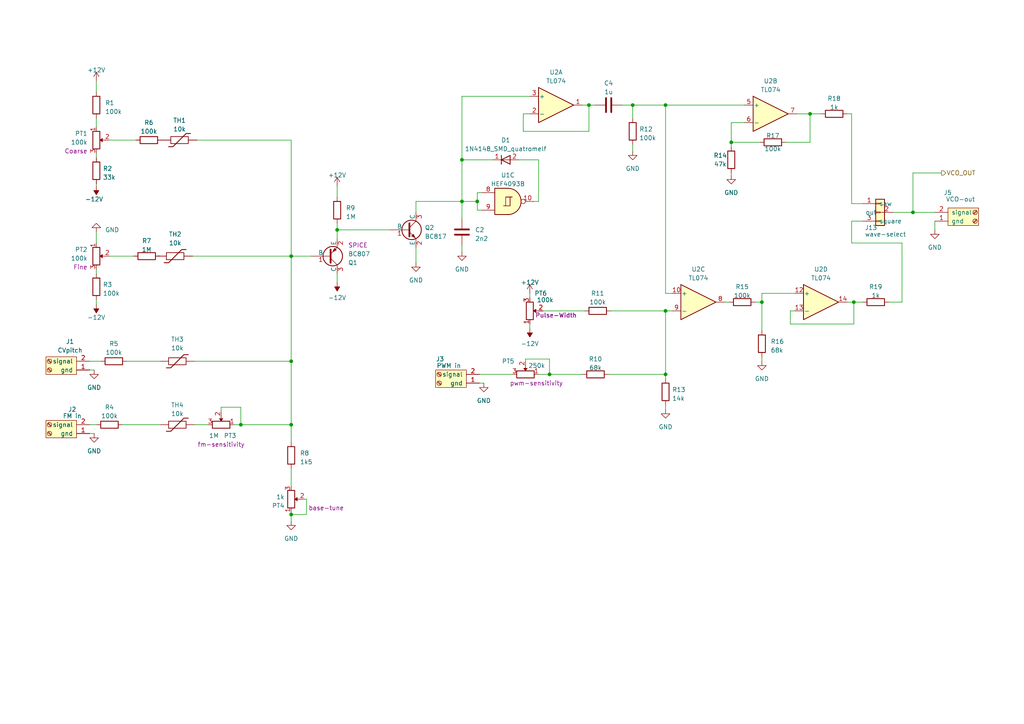
<source format=kicad_sch>
(kicad_sch (version 20230121) (generator eeschema)
  (paper "A4")
  (lib_symbols
    (symbol "000-op-amp-immo:TL074" (pin_names (offset 0.127))
      (property "Reference" "U" (at 0 5.08 0))
      (property "Value" "TL074" (at 0 -5.08 0))
      (symbol "TL074_1_1"
        (polyline (pts (xy -5.08 5.08) (xy 5.08 0) (xy -5.08 -5.08) (xy -5.08 5.08)) (stroke (width 0.254)) (fill (type background)))
        (pin output line (at 7.62 0 180) (length 2.54) (name "~") (number "1"))
        (pin input line (at -7.62 -2.54 0) (length 2.54) (name "-") (number "2"))
        (pin input line (at -7.62 2.54 0) (length 2.54) (name "+") (number "3"))
      )
      (symbol "TL074_2_1"
        (polyline (pts (xy -5.08 5.08) (xy 5.08 0) (xy -5.08 -5.08) (xy -5.08 5.08)) (stroke (width 0.254)) (fill (type background)))
        (pin input line (at -7.62 2.54 0) (length 2.54) (name "+") (number "5"))
        (pin input line (at -7.62 -2.54 0) (length 2.54) (name "-") (number "6"))
        (pin output line (at 7.62 0 180) (length 2.54) (name "~") (number "7"))
      )
      (symbol "TL074_3_1"
        (polyline (pts (xy -5.08 5.08) (xy 5.08 0) (xy -5.08 -5.08) (xy -5.08 5.08)) (stroke (width 0.254)) (fill (type background)))
        (pin input line (at -7.62 2.54 0) (length 2.54) (name "+") (number "10"))
        (pin output line (at 7.62 0 180) (length 2.54) (name "~") (number "8"))
        (pin input line (at -7.62 -2.54 0) (length 2.54) (name "-") (number "9"))
      )
      (symbol "TL074_4_1"
        (polyline (pts (xy -5.08 5.08) (xy 5.08 0) (xy -5.08 -5.08) (xy -5.08 5.08)) (stroke (width 0.254)) (fill (type background)))
        (pin input line (at -7.62 2.54 0) (length 2.54) (name "+") (number "12"))
        (pin input line (at -7.62 -2.54 0) (length 2.54) (name "-") (number "13"))
        (pin output line (at 7.62 0 180) (length 2.54) (name "~") (number "14"))
      )
      (symbol "TL074_5_1"
        (pin power_in line (at -2.54 -7.62 90) (length 3.81) (name "V-") (number "11"))
        (pin power_in line (at -2.54 7.62 270) (length 3.81) (name "V+") (number "4"))
      )
    )
    (symbol "000-screw-terminals-immo:synth-signal-header" (pin_names (offset 1.016))
      (property "Reference" "J" (at 0 2.54 0))
      (property "Value" "synth-signal-header" (at 0 -5.08 0))
      (symbol "synth-signal-header_1_1"
        (rectangle (start -1.27 1.27) (end 7.62 -3.81) (fill (type background)))
        (polyline (pts (xy 6.071 -2.2044) (xy 6.9346 -3.0426)) (stroke (width 0.1524)))
        (polyline (pts (xy 6.071 0.3356) (xy 6.9346 -0.5026)) (stroke (width 0.1524)))
        (polyline (pts (xy 6.2488 -2.0266) (xy 7.1124 -2.8648)) (stroke (width 0.1524)))
        (polyline (pts (xy 6.2488 0.5134) (xy 7.1124 -0.3248)) (stroke (width 0.1524)))
        (circle (center 6.6044 -2.5346) (radius 0.635) (stroke (width 0.1524)))
        (circle (center 6.6044 0.0054) (radius 0.635) (stroke (width 0.1524)))
        (pin passive line (at -5.08 0 0) (length 3.81) (name "gnd") (number "1"))
        (pin passive line (at -5.08 -2.54 0) (length 3.81) (name "signal") (number "2"))
      )
    )
    (symbol "000-thermistor-immo:NTC-thermistor-10k-0805" (pin_numbers hide) (pin_names (offset 0))
      (property "Reference" "TH" (at 2.54 1.27 90))
      (property "Value" "NTC-thermistor-10k-0805" (at -2.54 0 90))
      (symbol "NTC-thermistor-10k-0805_0_1"
        (rectangle (start -1.016 2.54) (end 1.016 -2.54) (stroke (width 0.2032)))
        (polyline (pts (xy -1.905 3.175) (xy -1.905 1.905) (xy 1.905 -1.905) (xy 1.905 -3.175) (xy 1.905 -3.175)) (stroke (width 0.254)))
      )
      (symbol "NTC-thermistor-10k-0805_1_1"
        (pin passive line (at 0 5.08 270) (length 2.54) (name "~") (number "1"))
        (pin passive line (at 0 -5.08 90) (length 2.54) (name "~") (number "2"))
      )
    )
    (symbol "000_Capacitor_Film_Immo:100n" (pin_numbers hide) (pin_names (offset 0.254))
      (property "Reference" "C" (at 0.635 2.54 0))
      (property "Value" "100n" (at 0.635 -2.54 0))
      (symbol "100n_0_1"
        (polyline (pts (xy -2.032 -0.762) (xy 2.032 -0.762)) (stroke (width 0.508)))
        (polyline (pts (xy -2.032 0.762) (xy 2.032 0.762)) (stroke (width 0.508)))
      )
      (symbol "100n_1_1"
        (pin passive line (at 0 3.81 270) (length 2.794) (name "~") (number "1"))
        (pin passive line (at 0 -3.81 90) (length 2.794) (name "~") (number "2"))
      )
    )
    (symbol "000_Capacitor_Film_Immo:cap_film_0805" (pin_numbers hide) (pin_names (offset 0.254))
      (property "Reference" "C" (at 0.635 2.54 0))
      (property "Value" "cap_film_0805" (at 0.635 -2.54 0))
      (symbol "cap_film_0805_0_1"
        (polyline (pts (xy -2.032 -0.762) (xy 2.032 -0.762)) (stroke (width 0.508)))
        (polyline (pts (xy -2.032 0.762) (xy 2.032 0.762)) (stroke (width 0.508)))
      )
      (symbol "cap_film_0805_1_1"
        (pin passive line (at 0 3.81 270) (length 2.794) (name "~") (number "1"))
        (pin passive line (at 0 -3.81 90) (length 2.794) (name "~") (number "2"))
      )
    )
    (symbol "000_Diodes_Immo:1N4148_SMD_minimelf" (pin_names (offset 1.016) hide)
      (property "Reference" "D" (at 0 2.54 0))
      (property "Value" "1N4148_SMD_quatromelf" (at 0 -2.54 0))
      (symbol "1N4148_SMD_minimelf_0_1"
        (polyline (pts (xy -1.27 1.27) (xy -1.27 -1.27)) (stroke (width 0.254)))
        (polyline (pts (xy 1.27 0) (xy -1.27 0)))
        (polyline (pts (xy 1.27 1.27) (xy 1.27 -1.27) (xy -1.27 0) (xy 1.27 1.27)) (stroke (width 0.254)))
      )
      (symbol "1N4148_SMD_minimelf_1_1"
        (pin passive line (at -3.81 0 0) (length 2.54) (name "K") (number "1"))
        (pin passive line (at 3.81 0 180) (length 2.54) (name "A") (number "2"))
      )
    )
    (symbol "000_Logic_IC_Immo:MC14093B-quad-AND-schmitt-SMD" (pin_names (offset 1.016))
      (property "Reference" "U" (at -1.27 7.62 0))
      (property "Value" "MC14093B-quad-AND-schmitt-SMD" (at 15.24 5.08 0))
      (symbol "MC14093B-quad-AND-schmitt-SMD_1_0"
        (polyline (pts (xy -0.635 -1.27) (xy -0.635 1.27) (xy 0.635 1.27)))
        (polyline (pts (xy -0.635 -1.27) (xy -0.635 1.27) (xy 0.635 1.27)))
        (polyline (pts (xy -1.27 -1.27) (xy 0.635 -1.27) (xy 0.635 1.27) (xy 1.27 1.27)))
        (polyline (pts (xy -1.27 -1.27) (xy 0.635 -1.27) (xy 0.635 1.27) (xy 1.27 1.27)))
      )
      (symbol "MC14093B-quad-AND-schmitt-SMD_1_1"
        (arc (start 0 -3.81) (mid 3.7934 0) (end 0 3.81) (stroke (width 0.254)) (fill (type background)))
        (polyline (pts (xy 0 3.81) (xy -3.81 3.81) (xy -3.81 -3.81) (xy 0 -3.81)) (stroke (width 0.254)) (fill (type background)))
        (pin input line (at -7.62 2.54 0) (length 3.81) (name "~") (number "1"))
        (pin input line (at -7.62 -2.54 0) (length 3.81) (name "~") (number "2"))
        (pin output inverted (at 7.62 0 180) (length 3.81) (name "~") (number "3"))
      )
      (symbol "MC14093B-quad-AND-schmitt-SMD_1_2"
        (arc (start -3.81 -3.81) (mid -2.589 0) (end -3.81 3.81) (stroke (width 0.254)))
        (arc (start -0.6096 -3.81) (mid 2.1842 -2.5851) (end 3.81 0) (stroke (width 0.254)) (fill (type background)))
        (polyline (pts (xy -3.81 -3.81) (xy -0.635 -3.81)) (stroke (width 0.254)) (fill (type background)))
        (polyline (pts (xy -3.81 3.81) (xy -0.635 3.81)) (stroke (width 0.254)) (fill (type background)))
        (polyline (pts (xy -0.635 3.81) (xy -3.81 3.81) (xy -3.81 3.81) (xy -3.556 3.4036) (xy -3.0226 2.2606) (xy -2.6924 1.0414) (xy -2.6162 -0.254) (xy -2.7686 -1.4986) (xy -3.175 -2.7178) (xy -3.81 -3.81) (xy -3.81 -3.81) (xy -0.635 -3.81)) (stroke (width -25.4)) (fill (type background)))
        (arc (start 3.81 0) (mid 2.1915 2.5936) (end -0.6096 3.81) (stroke (width 0.254)) (fill (type background)))
        (pin input inverted (at -7.62 2.54 0) (length 4.318) (name "~") (number "1"))
        (pin input inverted (at -7.62 -2.54 0) (length 4.318) (name "~") (number "2"))
        (pin output line (at 7.62 0 180) (length 3.81) (name "~") (number "3"))
      )
      (symbol "MC14093B-quad-AND-schmitt-SMD_2_0"
        (polyline (pts (xy -0.635 -1.27) (xy -0.635 1.27) (xy 0.635 1.27)))
        (polyline (pts (xy -0.635 -1.27) (xy -0.635 1.27) (xy 0.635 1.27)))
        (polyline (pts (xy -1.27 -1.27) (xy 0.635 -1.27) (xy 0.635 1.27) (xy 1.27 1.27)))
        (polyline (pts (xy -1.27 -1.27) (xy 0.635 -1.27) (xy 0.635 1.27) (xy 1.27 1.27)))
      )
      (symbol "MC14093B-quad-AND-schmitt-SMD_2_1"
        (arc (start 0 -3.81) (mid 3.7934 0) (end 0 3.81) (stroke (width 0.254)) (fill (type background)))
        (polyline (pts (xy 0 3.81) (xy -3.81 3.81) (xy -3.81 -3.81) (xy 0 -3.81)) (stroke (width 0.254)) (fill (type background)))
        (pin output inverted (at 7.62 0 180) (length 3.81) (name "~") (number "4"))
        (pin input line (at -7.62 2.54 0) (length 3.81) (name "~") (number "5"))
        (pin input line (at -7.62 -2.54 0) (length 3.81) (name "~") (number "6"))
      )
      (symbol "MC14093B-quad-AND-schmitt-SMD_2_2"
        (arc (start -3.81 -3.81) (mid -2.589 0) (end -3.81 3.81) (stroke (width 0.254)))
        (arc (start -0.6096 -3.81) (mid 2.1842 -2.5851) (end 3.81 0) (stroke (width 0.254)) (fill (type background)))
        (polyline (pts (xy -3.81 -3.81) (xy -0.635 -3.81)) (stroke (width 0.254)) (fill (type background)))
        (polyline (pts (xy -3.81 3.81) (xy -0.635 3.81)) (stroke (width 0.254)) (fill (type background)))
        (polyline (pts (xy -0.635 3.81) (xy -3.81 3.81) (xy -3.81 3.81) (xy -3.556 3.4036) (xy -3.0226 2.2606) (xy -2.6924 1.0414) (xy -2.6162 -0.254) (xy -2.7686 -1.4986) (xy -3.175 -2.7178) (xy -3.81 -3.81) (xy -3.81 -3.81) (xy -0.635 -3.81)) (stroke (width -25.4)) (fill (type background)))
        (arc (start 3.81 0) (mid 2.1915 2.5936) (end -0.6096 3.81) (stroke (width 0.254)) (fill (type background)))
        (pin output line (at 7.62 0 180) (length 3.81) (name "~") (number "4"))
        (pin input inverted (at -7.62 2.54 0) (length 4.318) (name "~") (number "5"))
        (pin input inverted (at -7.62 -2.54 0) (length 4.318) (name "~") (number "6"))
      )
      (symbol "MC14093B-quad-AND-schmitt-SMD_3_0"
        (polyline (pts (xy -0.635 -1.27) (xy -0.635 1.27) (xy 0.635 1.27)))
        (polyline (pts (xy -0.635 -1.27) (xy -0.635 1.27) (xy 0.635 1.27)))
        (polyline (pts (xy -1.27 -1.27) (xy 0.635 -1.27) (xy 0.635 1.27) (xy 1.27 1.27)))
        (polyline (pts (xy -1.27 -1.27) (xy 0.635 -1.27) (xy 0.635 1.27) (xy 1.27 1.27)))
      )
      (symbol "MC14093B-quad-AND-schmitt-SMD_3_1"
        (arc (start 0 -3.81) (mid 3.7934 0) (end 0 3.81) (stroke (width 0.254)) (fill (type background)))
        (polyline (pts (xy 0 3.81) (xy -3.81 3.81) (xy -3.81 -3.81) (xy 0 -3.81)) (stroke (width 0.254)) (fill (type background)))
        (pin output inverted (at 7.62 0 180) (length 3.81) (name "~") (number "10"))
        (pin input line (at -7.62 2.54 0) (length 3.81) (name "~") (number "8"))
        (pin input line (at -7.62 -2.54 0) (length 3.81) (name "~") (number "9"))
      )
      (symbol "MC14093B-quad-AND-schmitt-SMD_3_2"
        (arc (start -3.81 -3.81) (mid -2.589 0) (end -3.81 3.81) (stroke (width 0.254)))
        (arc (start -0.6096 -3.81) (mid 2.1842 -2.5851) (end 3.81 0) (stroke (width 0.254)) (fill (type background)))
        (polyline (pts (xy -3.81 -3.81) (xy -0.635 -3.81)) (stroke (width 0.254)) (fill (type background)))
        (polyline (pts (xy -3.81 3.81) (xy -0.635 3.81)) (stroke (width 0.254)) (fill (type background)))
        (polyline (pts (xy -0.635 3.81) (xy -3.81 3.81) (xy -3.81 3.81) (xy -3.556 3.4036) (xy -3.0226 2.2606) (xy -2.6924 1.0414) (xy -2.6162 -0.254) (xy -2.7686 -1.4986) (xy -3.175 -2.7178) (xy -3.81 -3.81) (xy -3.81 -3.81) (xy -0.635 -3.81)) (stroke (width -25.4)) (fill (type background)))
        (arc (start 3.81 0) (mid 2.1915 2.5936) (end -0.6096 3.81) (stroke (width 0.254)) (fill (type background)))
        (pin output line (at 7.62 0 180) (length 3.81) (name "~") (number "10"))
        (pin input inverted (at -7.62 2.54 0) (length 4.318) (name "~") (number "8"))
        (pin input inverted (at -7.62 -2.54 0) (length 4.318) (name "~") (number "9"))
      )
      (symbol "MC14093B-quad-AND-schmitt-SMD_4_0"
        (polyline (pts (xy -0.635 -1.27) (xy -0.635 1.27) (xy 0.635 1.27)))
        (polyline (pts (xy -0.635 -1.27) (xy -0.635 1.27) (xy 0.635 1.27)))
        (polyline (pts (xy -1.27 -1.27) (xy 0.635 -1.27) (xy 0.635 1.27) (xy 1.27 1.27)))
        (polyline (pts (xy -1.27 -1.27) (xy 0.635 -1.27) (xy 0.635 1.27) (xy 1.27 1.27)))
      )
      (symbol "MC14093B-quad-AND-schmitt-SMD_4_1"
        (arc (start 0 -3.81) (mid 3.7934 0) (end 0 3.81) (stroke (width 0.254)) (fill (type background)))
        (polyline (pts (xy 0 3.81) (xy -3.81 3.81) (xy -3.81 -3.81) (xy 0 -3.81)) (stroke (width 0.254)) (fill (type background)))
        (pin output inverted (at 7.62 0 180) (length 3.81) (name "~") (number "11"))
        (pin input line (at -7.62 2.54 0) (length 3.81) (name "~") (number "12"))
        (pin input line (at -7.62 -2.54 0) (length 3.81) (name "~") (number "13"))
      )
      (symbol "MC14093B-quad-AND-schmitt-SMD_4_2"
        (arc (start -3.81 -3.81) (mid -2.589 0) (end -3.81 3.81) (stroke (width 0.254)))
        (arc (start -0.6096 -3.81) (mid 2.1842 -2.5851) (end 3.81 0) (stroke (width 0.254)) (fill (type background)))
        (polyline (pts (xy -3.81 -3.81) (xy -0.635 -3.81)) (stroke (width 0.254)) (fill (type background)))
        (polyline (pts (xy -3.81 3.81) (xy -0.635 3.81)) (stroke (width 0.254)) (fill (type background)))
        (polyline (pts (xy -0.635 3.81) (xy -3.81 3.81) (xy -3.81 3.81) (xy -3.556 3.4036) (xy -3.0226 2.2606) (xy -2.6924 1.0414) (xy -2.6162 -0.254) (xy -2.7686 -1.4986) (xy -3.175 -2.7178) (xy -3.81 -3.81) (xy -3.81 -3.81) (xy -0.635 -3.81)) (stroke (width -25.4)) (fill (type background)))
        (arc (start 3.81 0) (mid 2.1915 2.5936) (end -0.6096 3.81) (stroke (width 0.254)) (fill (type background)))
        (pin output line (at 7.62 0 180) (length 3.81) (name "~") (number "11"))
        (pin input inverted (at -7.62 2.54 0) (length 4.318) (name "~") (number "12"))
        (pin input inverted (at -7.62 -2.54 0) (length 4.318) (name "~") (number "13"))
      )
      (symbol "MC14093B-quad-AND-schmitt-SMD_5_0"
        (pin power_in line (at 0 12.7 270) (length 5.08) (name "VCC") (number "14"))
        (pin power_in line (at 0 -12.7 90) (length 5.08) (name "GND") (number "7"))
      )
      (symbol "MC14093B-quad-AND-schmitt-SMD_5_1"
        (rectangle (start -5.08 7.62) (end 5.08 -7.62) (stroke (width 0.254)) (fill (type background)))
      )
    )
    (symbol "000_Pin_Headers_Immo:2-way-selection" (pin_names (offset 1.016))
      (property "Reference" "J" (at 0 5.08 0))
      (property "Value" "2-way-selection" (at 0 -5.08 0))
      (symbol "2-way-selection_1_1"
        (rectangle (start -1.27 -2.413) (end 0 -2.667) (stroke (width 0.1524)))
        (rectangle (start -1.27 0.127) (end 0 -0.127) (stroke (width 0.1524)))
        (rectangle (start -1.27 2.667) (end 0 2.413) (stroke (width 0.1524)))
        (rectangle (start -1.27 3.81) (end 1.27 -3.81) (stroke (width 0.254)) (fill (type background)))
        (pin passive line (at -5.08 2.54 0) (length 3.81) (name "saw") (number "1"))
        (pin passive line (at 3.81 0 180) (length 3.81) (name "out") (number "2"))
        (pin passive line (at -5.08 -2.54 0) (length 3.81) (name "square") (number "3"))
      )
    )
    (symbol "000_Resistors_Immo:100k" (pin_numbers hide) (pin_names (offset 0))
      (property "Reference" "R?" (at -2.54 3.81 0))
      (property "Value" "100k" (at -5.08 2.54 0))
      (symbol "100k_0_1"
        (rectangle (start 2.54 -1.016) (end -2.54 1.016) (stroke (width 0.254)))
      )
      (symbol "100k_1_1"
        (pin passive line (at -3.81 0 0) (length 1.27) (name "~") (number "1"))
        (pin passive line (at 3.81 0 180) (length 1.27) (name "~") (number "2"))
      )
    )
    (symbol "000_Resistors_Immo:50k_trimpot_MT" (pin_names (offset 1.016) hide)
      (property "Reference" "PT" (at 4.318 7.112 0))
      (property "Value" "50k_trimpot_MT" (at 9.652 5.08 0))
      (property "NAME" "Control" (at 6.35 3.048 0))
      (symbol "50k_trimpot_MT_0_1"
        (polyline (pts (xy 2.54 0) (xy 1.524 0)))
        (polyline (pts (xy 1.016 0) (xy 1.778 0.508) (xy 1.778 -0.508) (xy 1.016 0)) (fill (type outline)))
        (rectangle (start 1.016 2.54) (end -1.016 -2.54) (stroke (width 0.254)))
      )
      (symbol "50k_trimpot_MT_1_1"
        (pin passive line (at 0 3.81 270) (length 1.27) (name "1") (number "1"))
        (pin passive line (at 3.81 0 180) (length 1.27) (name "2") (number "2"))
        (pin passive line (at 0 -3.81 90) (length 1.27) (name "3") (number "3"))
      )
    )
    (symbol "000_Resistors_Immo:Alpha Pot" (pin_names (offset 1.016) hide)
      (property "Reference" "PT" (at 4.318 7.112 0))
      (property "Value" "Alpha Pot" (at 9.652 5.08 0))
      (property "NAME" "Control" (at 6.35 3.048 0))
      (symbol "Alpha Pot_0_1"
        (polyline (pts (xy 2.54 0) (xy 1.524 0)))
        (polyline (pts (xy 1.016 0) (xy 1.778 0.508) (xy 1.778 -0.508) (xy 1.016 0)) (fill (type outline)))
        (rectangle (start 1.016 2.54) (end -1.016 -2.54) (stroke (width 0.254)))
      )
      (symbol "Alpha Pot_1_1"
        (pin passive line (at 0 3.81 270) (length 1.27) (name "1") (number "1"))
        (pin passive line (at 3.81 0 180) (length 1.27) (name "2") (number "2"))
        (pin passive line (at 0 -3.81 90) (length 1.27) (name "3") (number "3"))
      )
    )
    (symbol "000_Resistors_Immo:Resistor_0805" (pin_numbers hide) (pin_names (offset 0))
      (property "Reference" "R?" (at -2.54 3.81 0))
      (property "Value" "Resistor_0805" (at -5.08 2.54 0))
      (symbol "Resistor_0805_0_1"
        (rectangle (start 2.54 -1.016) (end -2.54 1.016) (stroke (width 0.254)))
      )
      (symbol "Resistor_0805_1_1"
        (pin passive line (at -3.81 0 0) (length 1.27) (name "~") (number "1"))
        (pin passive line (at 3.81 0 180) (length 1.27) (name "~") (number "2"))
      )
    )
    (symbol "000_Transistors_BJT_Immo:BC807" (pin_names (offset 0))
      (property "Reference" "Q" (at 5.08 2.54 0))
      (property "Value" "BC807" (at 5.08 0 0))
      (property "Sim.Device" "SPICE" (at 15.24 5.08 0))
      (symbol "BC807_0_1"
        (polyline (pts (xy 0.635 0.635) (xy 2.54 2.54)))
        (polyline (pts (xy 0.635 -0.635) (xy 2.54 -2.54) (xy 2.54 -2.54)))
        (polyline (pts (xy 0.635 1.905) (xy 0.635 -1.905) (xy 0.635 -1.905)) (stroke (width 0.508)))
        (polyline (pts (xy 2.286 -1.778) (xy 1.778 -2.286) (xy 1.27 -1.27) (xy 2.286 -1.778) (xy 2.286 -1.778)) (fill (type outline)))
        (circle (center 1.27 0) (radius 2.8194) (stroke (width 0.254)))
      )
      (symbol "BC807_1_1"
        (pin input line (at -5.08 0 0) (length 5.715) (name "B") (number "1"))
        (pin passive line (at 2.54 -5.08 90) (length 2.54) (name "E") (number "2"))
        (pin passive line (at 2.54 5.08 270) (length 2.54) (name "C") (number "3"))
      )
    )
    (symbol "000_Transistors_BJT_Immo:BC817" (pin_names (offset 0))
      (property "Reference" "Q2" (at 5.08 0.635 0))
      (property "Value" "BC817" (at 5.08 -1.905 0))
      (symbol "BC817_0_1"
        (polyline (pts (xy 0.635 0.635) (xy 2.54 2.54)))
        (polyline (pts (xy 0.635 -0.635) (xy 2.54 -2.54) (xy 2.54 -2.54)))
        (polyline (pts (xy 0.635 1.905) (xy 0.635 -1.905) (xy 0.635 -1.905)) (stroke (width 0.508)))
        (polyline (pts (xy 1.27 -1.778) (xy 1.778 -1.27) (xy 2.286 -2.286) (xy 1.27 -1.778) (xy 1.27 -1.778)) (fill (type outline)))
        (circle (center 1.27 0) (radius 2.8194) (stroke (width 0.254)))
      )
      (symbol "BC817_1_1"
        (pin input line (at -5.08 0 0) (length 5.715) (name "B") (number "1"))
        (pin passive line (at 2.54 -5.08 90) (length 2.54) (name "E") (number "2"))
        (pin passive line (at 2.54 5.08 270) (length 2.54) (name "C") (number "3"))
      )
    )
    (symbol "power:+12V" (power) (pin_names (offset 0))
      (property "Value" "+12V" (at 0 3.556 0))
      (symbol "+12V_0_1"
        (polyline (pts (xy -0.762 1.27) (xy 0 2.54)))
        (polyline (pts (xy 0 0) (xy 0 2.54)))
        (polyline (pts (xy 0 2.54) (xy 0.762 1.27)))
      )
      (symbol "+12V_1_1"
        (pin power_in line (at 0 0 90) (length 0) hide (name "+12V") (number "1"))
      )
    )
    (symbol "power:-12V" (power) (pin_names (offset 0))
      (property "Value" "-12V" (at 0 3.81 0))
      (symbol "-12V_0_0"
        (pin power_in line (at 0 0 90) (length 0) hide (name "-12V") (number "1"))
      )
      (symbol "-12V_0_1"
        (polyline (pts (xy 0 0) (xy 0 1.27) (xy 0.762 1.27) (xy 0 2.54) (xy -0.762 1.27) (xy 0 1.27)) (fill (type outline)))
      )
    )
    (symbol "power:GND" (power) (pin_names (offset 0))
      (property "Value" "GND" (at 0 -3.81 0))
      (symbol "GND_0_1"
        (polyline (pts (xy 0 0) (xy 0 -1.27) (xy 1.27 -1.27) (xy 0 -2.54) (xy -1.27 -1.27) (xy 0 -1.27)))
      )
      (symbol "GND_1_1"
        (pin power_in line (at 0 0 270) (length 0) hide (name "GND") (number "1"))
      )
    )
  )
  (junction (at 193.04 108.585))
  (junction (at 247.65 87.63))
  (junction (at 133.985 58.42))
  (junction (at 84.455 74.295))
  (junction (at 133.985 46.355))
  (junction (at 264.795 61.595))
  (junction (at 97.79 66.675))
  (junction (at 193.04 90.17))
  (junction (at 84.455 123.19))
  (junction (at 193.04 30.48))
  (junction (at 84.455 149.225))
  (junction (at 170.815 30.48))
  (junction (at 159.385 108.585))
  (junction (at 234.95 33.02))
  (junction (at 138.43 58.42))
  (junction (at 212.09 41.275))
  (junction (at 69.85 123.19))
  (junction (at 84.455 104.775))
  (junction (at 220.98 87.63))
  (junction (at 183.515 30.48))
  (wire (pts (xy 229.235 93.98) (xy 247.65 93.98)))
  (wire (pts (xy 84.455 104.775) (xy 84.455 123.19)))
  (wire (pts (xy 156.21 108.585) (xy 159.385 108.585)))
  (wire (pts (xy 156.21 46.355) (xy 150.495 46.355)))
  (wire (pts (xy 120.65 58.42) (xy 133.985 58.42)))
  (wire (pts (xy 46.355 74.295) (xy 45.72 74.295)))
  (wire (pts (xy 210.185 87.63) (xy 211.455 87.63)))
  (wire (pts (xy 31.75 40.64) (xy 39.37 40.64)))
  (wire (pts (xy 157.48 90.17) (xy 169.545 90.17)))
  (wire (pts (xy 170.815 30.48) (xy 172.72 30.48)))
  (wire (pts (xy 271.145 66.675) (xy 271.145 64.135)))
  (wire (pts (xy 153.67 95.25) (xy 153.67 93.98)))
  (wire (pts (xy 56.515 104.775) (xy 84.455 104.775)))
  (wire (pts (xy 193.04 85.09) (xy 194.945 85.09)))
  (wire (pts (xy 193.04 109.855) (xy 193.04 108.585)))
  (wire (pts (xy 212.09 35.56) (xy 212.09 41.275)))
  (wire (pts (xy 247.65 87.63) (xy 245.745 87.63)))
  (wire (pts (xy 153.67 33.02) (xy 151.765 33.02)))
  (wire (pts (xy 176.53 108.585) (xy 193.04 108.585)))
  (wire (pts (xy 97.79 66.675) (xy 97.79 69.215)))
  (wire (pts (xy 220.98 85.09) (xy 230.505 85.09)))
  (wire (pts (xy 27.94 79.375) (xy 27.94 78.105)))
  (wire (pts (xy 133.985 27.94) (xy 133.985 46.355)))
  (wire (pts (xy 139.7 55.88) (xy 138.43 55.88)))
  (wire (pts (xy 69.85 118.11) (xy 69.85 123.19)))
  (wire (pts (xy 259.08 61.595) (xy 264.795 61.595)))
  (wire (pts (xy 183.515 41.91) (xy 183.515 43.815)))
  (wire (pts (xy 245.745 33.02) (xy 247.015 33.02)))
  (wire (pts (xy 229.235 90.17) (xy 229.235 93.98)))
  (wire (pts (xy 139.065 108.585) (xy 148.59 108.585)))
  (wire (pts (xy 231.14 33.02) (xy 234.95 33.02)))
  (wire (pts (xy 133.985 46.355) (xy 133.985 58.42)))
  (wire (pts (xy 170.815 38.1) (xy 170.815 30.48)))
  (wire (pts (xy 212.09 50.165) (xy 212.09 50.8)))
  (wire (pts (xy 35.56 123.19) (xy 46.355 123.19)))
  (wire (pts (xy 27.94 88.265) (xy 27.94 86.995)))
  (wire (pts (xy 177.165 90.17) (xy 193.04 90.17)))
  (wire (pts (xy 27.94 67.31) (xy 27.94 70.485)))
  (wire (pts (xy 120.65 58.42) (xy 120.65 61.595)))
  (wire (pts (xy 261.62 87.63) (xy 261.62 70.485)))
  (wire (pts (xy 247.65 93.98) (xy 247.65 87.63)))
  (wire (pts (xy 139.7 60.96) (xy 138.43 60.96)))
  (wire (pts (xy 183.515 30.48) (xy 193.04 30.48)))
  (wire (pts (xy 193.04 90.17) (xy 194.945 90.17)))
  (wire (pts (xy 138.43 60.96) (xy 138.43 58.42)))
  (wire (pts (xy 84.455 74.295) (xy 90.17 74.295)))
  (wire (pts (xy 234.95 33.02) (xy 234.95 41.275)))
  (wire (pts (xy 142.875 46.355) (xy 133.985 46.355)))
  (wire (pts (xy 220.98 87.63) (xy 220.98 95.885)))
  (wire (pts (xy 212.09 41.275) (xy 212.09 42.545)))
  (wire (pts (xy 27.94 45.72) (xy 27.94 44.45)))
  (wire (pts (xy 97.79 64.77) (xy 97.79 66.675)))
  (wire (pts (xy 84.455 149.225) (xy 84.455 151.13)))
  (wire (pts (xy 152.4 104.14) (xy 152.4 104.775)))
  (wire (pts (xy 234.95 41.275) (xy 227.965 41.275)))
  (wire (pts (xy 220.98 104.775) (xy 220.98 103.505)))
  (wire (pts (xy 27.305 107.315) (xy 26.035 107.315)))
  (wire (pts (xy 69.85 123.19) (xy 84.455 123.19)))
  (wire (pts (xy 151.765 33.02) (xy 151.765 38.1)))
  (wire (pts (xy 156.21 58.42) (xy 156.21 46.355)))
  (wire (pts (xy 88.265 144.78) (xy 88.9 144.78)))
  (wire (pts (xy 193.04 108.585) (xy 193.04 90.17)))
  (wire (pts (xy 133.985 71.12) (xy 133.985 73.025)))
  (wire (pts (xy 67.945 123.19) (xy 69.85 123.19)))
  (wire (pts (xy 97.79 79.375) (xy 97.79 81.915)))
  (wire (pts (xy 55.88 74.295) (xy 84.455 74.295)))
  (wire (pts (xy 220.98 87.63) (xy 220.98 85.09)))
  (wire (pts (xy 264.795 50.165) (xy 264.795 61.595)))
  (wire (pts (xy 84.455 148.59) (xy 84.455 149.225)))
  (wire (pts (xy 64.135 118.11) (xy 69.85 118.11)))
  (wire (pts (xy 159.385 108.585) (xy 159.385 104.14)))
  (wire (pts (xy 84.455 40.64) (xy 57.15 40.64)))
  (wire (pts (xy 247.015 70.485) (xy 247.015 64.135)))
  (wire (pts (xy 133.985 58.42) (xy 138.43 58.42)))
  (wire (pts (xy 219.075 87.63) (xy 220.98 87.63)))
  (wire (pts (xy 88.9 144.78) (xy 88.9 149.225)))
  (wire (pts (xy 97.79 53.975) (xy 97.79 57.15)))
  (wire (pts (xy 133.985 27.94) (xy 153.67 27.94)))
  (wire (pts (xy 97.79 66.675) (xy 113.03 66.675)))
  (wire (pts (xy 84.455 135.89) (xy 84.455 140.97)))
  (wire (pts (xy 180.34 30.48) (xy 183.515 30.48)))
  (wire (pts (xy 247.015 64.135) (xy 250.19 64.135)))
  (wire (pts (xy 27.94 34.29) (xy 27.94 36.83)))
  (wire (pts (xy 193.04 30.48) (xy 193.04 85.09)))
  (wire (pts (xy 36.83 104.775) (xy 46.355 104.775)))
  (wire (pts (xy 133.985 63.5) (xy 133.985 58.42)))
  (wire (pts (xy 264.795 61.595) (xy 271.145 61.595)))
  (wire (pts (xy 120.65 76.2) (xy 120.65 71.755)))
  (wire (pts (xy 159.385 108.585) (xy 168.91 108.585)))
  (wire (pts (xy 193.04 118.745) (xy 193.04 117.475)))
  (wire (pts (xy 154.94 58.42) (xy 156.21 58.42)))
  (wire (pts (xy 193.04 30.48) (xy 215.9 30.48)))
  (wire (pts (xy 27.305 125.73) (xy 26.035 125.73)))
  (wire (pts (xy 234.95 33.02) (xy 238.125 33.02)))
  (wire (pts (xy 247.015 33.02) (xy 247.015 59.055)))
  (wire (pts (xy 273.05 50.165) (xy 264.795 50.165)))
  (wire (pts (xy 26.035 123.19) (xy 27.94 123.19)))
  (wire (pts (xy 84.455 128.27) (xy 84.455 123.19)))
  (wire (pts (xy 151.765 38.1) (xy 170.815 38.1)))
  (wire (pts (xy 88.9 149.225) (xy 84.455 149.225)))
  (wire (pts (xy 84.455 74.295) (xy 84.455 104.775)))
  (wire (pts (xy 159.385 104.14) (xy 152.4 104.14)))
  (wire (pts (xy 153.67 85.09) (xy 153.67 86.36)))
  (wire (pts (xy 84.455 40.64) (xy 84.455 74.295)))
  (wire (pts (xy 27.94 53.975) (xy 27.94 53.34)))
  (wire (pts (xy 212.09 41.275) (xy 220.345 41.275)))
  (wire (pts (xy 56.515 123.19) (xy 60.325 123.19)))
  (wire (pts (xy 257.81 87.63) (xy 261.62 87.63)))
  (wire (pts (xy 140.335 111.125) (xy 139.065 111.125)))
  (wire (pts (xy 247.65 87.63) (xy 250.19 87.63)))
  (wire (pts (xy 247.015 59.055) (xy 250.19 59.055)))
  (wire (pts (xy 26.035 104.775) (xy 29.21 104.775)))
  (wire (pts (xy 230.505 90.17) (xy 229.235 90.17)))
  (wire (pts (xy 138.43 55.88) (xy 138.43 58.42)))
  (wire (pts (xy 215.9 35.56) (xy 212.09 35.56)))
  (wire (pts (xy 183.515 30.48) (xy 183.515 34.29)))
  (wire (pts (xy 64.135 119.38) (xy 64.135 118.11)))
  (wire (pts (xy 170.815 30.48) (xy 168.91 30.48)))
  (wire (pts (xy 261.62 70.485) (xy 247.015 70.485)))
  (wire (pts (xy 31.75 74.295) (xy 38.735 74.295)))
  (wire (pts (xy 27.94 23.495) (xy 27.94 26.67)))
  (hierarchical_label "VCO_OUT" (shape output) (at 273.05 50.165 0))
  (symbol (lib_id "000_Resistors_Immo:Resistor_0805") (at 27.94 49.53 90) (unit 1)
    (property "Reference" "R2" (at 29.845 48.895 90) (effects (justify right)))
    (property "Value" "33k" (at 29.845 51.435 90) (effects (justify right)))
    (property "Footprint" "Resistor_SMD:R_0805_2012Metric_Pad1.20x1.40mm_HandSolder" (effects hide))
    (instances (project "noise-synth-card" (path "" (reference "R2") (unit 1)) (path "" (reference "R2") (unit 1)) (path "" (reference "R21") (unit 1))))
  )
  (symbol (lib_id "000_Resistors_Immo:Resistor_0805") (at 42.545 74.295 0) (unit 1)
    (property "Reference" "R7" (at 42.545 69.85 0))
    (property "Value" "1M" (at 42.545 72.39 0))
    (property "Footprint" "Resistor_SMD:R_0805_2012Metric_Pad1.20x1.40mm_HandSolder" (effects hide))
    (instances (project "noise-synth-card" (path "" (reference "R7") (unit 1)) (path "" (reference "R6") (unit 1)) (path "" (reference "R25") (unit 1))))
  )
  (symbol (lib_id "000_Resistors_Immo:50k_trimpot_MT") (at 64.135 123.19 270) (mirror x) (unit 1)
    (property "Reference" "PT3" (at 68.58 126.365 90) (effects (justify right)))
    (property "Value" "1M" (at 63.5 126.365 90) (effects (justify right)))
    (property "Footprint" "000_Resistors_Immo:Potentiometer_Bourns-reversable-1" (effects hide))
    (property "NAME" "fm-sensitivity" (at 64.135 128.905 90))
    (property "JLCpart" "C118911" (effects hide))
    (property "cost" "0.147" (effects hide))
    (instances (project "noise-synth-card" (path "" (reference "PT3") (unit 1)) (path "" (reference "PT3") (unit 1)) (path "" (reference "PT9") (unit 1))))
  )
  (symbol (lib_id "000_Resistors_Immo:Resistor_0805") (at 97.79 60.96 90) (unit 1)
    (property "Reference" "R9" (at 100.33 60.325 90) (effects (justify right)))
    (property "Value" "1M" (at 100.33 62.865 90) (effects (justify right)))
    (property "Footprint" "Resistor_SMD:R_0805_2012Metric_Pad1.20x1.40mm_HandSolder" (effects hide))
    (instances (project "noise-synth-card" (path "" (reference "R9") (unit 1)) (path "" (reference "R9") (unit 1)) (path "" (reference "R28") (unit 1))))
  )
  (symbol (lib_id "power:GND") (at 27.305 125.73 0) (unit 1)
    (property "Reference" "#PWR03" (effects hide))
    (property "Value" "GND" (at 27.305 130.81 0))
    (instances (project "noise-synth-card" (path "" (reference "#PWR03") (unit 1)) (path "" (reference "#PWR03") (unit 1)) (path "" (reference "#PWR030") (unit 1))))
  )
  (symbol (lib_id "000_Resistors_Immo:100k") (at 33.02 104.775 0) (unit 1)
    (property "Reference" "R5" (at 33.02 99.695 0))
    (property "Value" "100k" (at 33.02 102.235 0))
    (property "Footprint" "Resistor_SMD:R_0805_2012Metric_Pad1.20x1.40mm_HandSolder" (effects hide))
    (property "JLCpart" "C280020" (effects hide))
    (property "Cost" "0.0027" (effects hide))
    (instances (project "noise-synth-card" (path "" (reference "R5") (unit 1)) (path "" (reference "R5") (unit 1)) (path "" (reference "R24") (unit 1))))
  )
  (symbol (lib_id "000_Transistors_BJT_Immo:BC807") (at 95.25 74.295 0) (mirror x) (unit 1)
    (property "Reference" "Q1" (at 100.965 76.2 0) (effects (justify left)))
    (property "Value" "BC807" (at 100.965 73.66 0) (effects (justify left)))
    (property "Footprint" "Package_TO_SOT_SMD:SOT-23" (effects hide))
    (property "Datasheet" "https://www.onsemi.com/pub/Collateral/BC808-D.pdf" (effects hide))
    (property "Sim.Pins" "1=1 2=2 3=3" (effects hide))
    (property "Sim.Device" "SPICE" (at 100.965 71.12 0) (effects (justify left)))
    (property "Sim.Params" "type=\"X\" model=\"BC807\" lib=\"spice-models\\BC807.lib\"" (effects hide))
    (property "RSpart" "690-0072" (effects hide))
    (property "supplier" "https://uk.rs-online.com/web/p/bipolar-transistors/6900072?gb=s" (effects hide))
    (property "cost" "£0.153" (effects hide))
  )
  (symbol (lib_id "power:GND") (at 140.335 111.125 0) (unit 1)
    (property "Reference" "#PWR015" (effects hide))
    (property "Value" "GND" (at 140.335 116.205 0))
    (instances (project "noise-synth-card" (path "" (reference "#PWR015") (unit 1)) (path "" (reference "#PWR015") (unit 1)) (path "" (reference "#PWR040") (unit 1))))
  )
  (symbol (lib_id "power:-12V") (at 97.79 81.915 180) (unit 1)
    (property "Reference" "#PWR010" (effects hide))
    (property "Value" "-12V" (at 97.79 86.36 0))
    (instances (project "noise-synth-card" (path "" (reference "#PWR010") (unit 1)) (path "" (reference "#PWR010") (unit 1)) (path "" (reference "#PWR037") (unit 1))))
  )
  (symbol (lib_id "000_Resistors_Immo:Resistor_0805") (at 172.72 108.585 0) (unit 1)
    (property "Reference" "R10" (at 172.72 104.14 0))
    (property "Value" "68k" (at 172.72 106.68 0))
    (property "Footprint" "Resistor_SMD:R_0805_2012Metric_Pad1.20x1.40mm_HandSolder" (effects hide))
    (instances (project "noise-synth-card" (path "" (reference "R10") (unit 1)) (path "" (reference "R10") (unit 1)) (path "" (reference "R29") (unit 1))))
  )
  (symbol (lib_id "000_Resistors_Immo:50k_trimpot_MT") (at 84.455 144.78 0) (mirror x) (unit 1)
    (property "Reference" "PT4" (at 82.55 146.685 0) (effects (justify right)))
    (property "Value" "1k" (at 82.55 144.145 0) (effects (justify right)))
    (property "Footprint" "000_Resistors_Immo:Potentiometer_Bourns-reversable-1" (effects hide))
    (property "NAME" "base-tune" (at 94.615 147.32 0))
    (property "JLCpart" "C118911" (effects hide))
    (property "cost" "0.147" (effects hide))
    (instances (project "noise-synth-card" (path "" (reference "PT4") (unit 1)) (path "" (reference "PT4") (unit 1)) (path "" (reference "PT10") (unit 1))))
  )
  (symbol (lib_id "000_Resistors_Immo:Resistor_0805") (at 193.04 113.665 90) (unit 1)
    (property "Reference" "R13" (at 194.945 113.03 90) (effects (justify right)))
    (property "Value" "14k" (at 194.945 115.57 90) (effects (justify right)))
    (property "Footprint" "Resistor_SMD:R_0805_2012Metric_Pad1.20x1.40mm_HandSolder" (effects hide))
    (instances (project "noise-synth-card" (path "" (reference "R13") (unit 1)) (path "" (reference "R13") (unit 1)) (path "" (reference "R32") (unit 1))))
  )
  (symbol (lib_id "000_Resistors_Immo:100k") (at 27.94 30.48 90) (unit 1)
    (property "Reference" "R1" (at 30.48 29.845 90) (effects (justify right)))
    (property "Value" "100k" (at 30.48 32.385 90) (effects (justify right)))
    (property "Footprint" "Resistor_SMD:R_0805_2012Metric_Pad1.20x1.40mm_HandSolder" (effects hide))
    (property "JLCpart" "C280020" (effects hide))
    (property "Cost" "0.0027" (effects hide))
    (instances (project "noise-synth-card" (path "" (reference "R1") (unit 1)) (path "" (reference "R1") (unit 1)) (path "" (reference "R20") (unit 1))))
  )
  (symbol (lib_id "000_Transistors_BJT_Immo:BC817") (at 118.11 66.675 0) (unit 1)
    (property "Reference" "Q2" (at 123.19 66.04 0) (effects (justify left)))
    (property "Value" "BC817" (at 123.19 68.58 0) (effects (justify left)))
    (property "Footprint" "Package_TO_SOT_SMD:SOT-23" (effects hide))
    (property "Datasheet" "https://www.onsemi.com/pub/Collateral/BC818-D.pdf" (effects hide))
    (property "Sim.Pins" "1=1 2=2 3=3" (effects hide))
    (property "Sim.Device" "SPICE" (effects hide))
    (property "Sim.Params" "type=\"Q\" model=\"BC817\" lib=\"spice-models\\BC817.lib\"" (effects hide))
    (property "RSpart" "436-7919" (effects hide))
    (property "supplier" "https://uk.rs-online.com/web/p/bipolar-transistors/4367919?gb=s" (effects hide))
    (property "JLCpart" "C2137" (effects hide))
    (property "Cost" "£0.082" (effects hide))
    (instances (project "noise-synth-card" (path "" (reference "Q2") (unit 1)) (path "" (reference "Q2") (unit 1)) (path "" (reference "Q4") (unit 1))))
  )
  (symbol (lib_id "000_Resistors_Immo:100k") (at 183.515 38.1 90) (unit 1)
    (property "Reference" "R12" (at 185.42 37.465 90) (effects (justify right)))
    (property "Value" "100k" (at 185.42 40.005 90) (effects (justify right)))
    (property "Footprint" "Resistor_SMD:R_0805_2012Metric_Pad1.20x1.40mm_HandSolder" (effects hide))
    (property "JLCpart" "C280020" (effects hide))
    (property "Cost" "0.0027" (effects hide))
    (instances (project "noise-synth-card" (path "" (reference "R12") (unit 1)) (path "" (reference "R12") (unit 1)) (path "" (reference "R31") (unit 1))))
  )
  (symbol (lib_id "000_Capacitor_Film_Immo:cap_film_0805") (at 176.53 30.48 90) (unit 1)
    (property "Reference" "C4" (at 176.53 24.13 90))
    (property "Value" "1u" (at 176.53 26.67 90))
    (property "Footprint" "Capacitor_SMD:C_0805_2012Metric_Pad1.18x1.45mm_HandSolder" (effects hide))
    (instances (project "noise-synth-card" (path "" (reference "C4") (unit 1)) (path "" (reference "C4") (unit 1)) (path "" (reference "C6") (unit 1))))
  )
  (symbol (lib_id "000_Resistors_Immo:50k_trimpot_MT") (at 152.4 108.585 270) (mirror x) (unit 1)
    (property "Reference" "PT5" (at 149.225 104.775 90) (effects (justify right)))
    (property "Value" "250k" (at 158.115 106.045 90) (effects (justify right)))
    (property "Footprint" "000_Resistors_Immo:Potentiometer_Bourns-reversable-1" (effects hide))
    (property "NAME" "pwm-sensitivity" (at 155.575 111.125 90))
    (property "JLCpart" "C118911" (effects hide))
    (property "cost" "0.147" (effects hide))
    (instances (project "noise-synth-card" (path "" (reference "PT5") (unit 1)) (path "" (reference "PT5") (unit 1)) (path "" (reference "PT11") (unit 1))))
  )
  (symbol (lib_id "power:GND") (at 271.145 66.675 0) (unit 1)
    (property "Reference" "#PWR028" (effects hide))
    (property "Value" "GND" (at 271.145 71.755 0))
    (instances (project "noise-synth-card" (path "" (reference "#PWR028") (unit 1)) (path "" (reference "#PWR027") (unit 1)) (path "" (reference "#PWR047") (unit 1))))
  )
  (symbol (lib_id "000-screw-terminals-immo:synth-signal-header") (at 20.955 107.315 180) (unit 1)
    (property "Reference" "J1" (at 20.32 99.06 0))
    (property "Value" "CVpitch" (at 20.32 101.6 0))
    (property "Footprint" "000-screw-terminals-immo:synth-signal-MPT-0,5-2-2.54_1x02_P2.54mm_Horizontal" (effects hide))
    (property "PIN1" "PIN1" (effects hide))
    (property "PIN2" "PIN2" (effects hide))
    (instances (project "noise-synth-card" (path "" (reference "J1") (unit 1)) (path "" (reference "J1") (unit 1)) (path "" (reference "J7") (unit 1))))
  )
  (symbol (lib_id "000-thermistor-immo:NTC-thermistor-10k-0805") (at 51.435 123.19 90) (unit 1)
    (property "Reference" "TH4" (at 51.435 117.475 90))
    (property "Value" "10k" (at 51.435 120.015 90))
    (property "Footprint" "000_Resistors_Immo:Resistor_0805_2012_handsolder" (effects hide))
    (property "RSpart" "202-5368" (effects hide))
    (property "supplier" "https://uk.rs-online.com/web/p/thermistor-ics/2025368?gb=s" (effects hide))
    (property "cost" "£0.149" (effects hide))
    (instances (project "noise-synth-card" (path "" (reference "TH4") (unit 1)) (path "" (reference "TH3") (unit 1)) (path "" (reference "TH7") (unit 1))))
  )
  (symbol (lib_id "power:+12V") (at 153.67 85.09 0) (unit 1)
    (property "Reference" "#PWR018" (effects hide))
    (property "Value" "+12V" (at 153.67 81.915 0))
    (instances (project "noise-synth-card" (path "" (reference "#PWR018") (unit 1)) (path "" (reference "#PWR018") (unit 1)) (path "" (reference "#PWR041") (unit 1))))
  )
  (symbol (lib_id "power:GND") (at 183.515 43.815 0) (unit 1)
    (property "Reference" "#PWR020" (effects hide))
    (property "Value" "GND" (at 183.515 48.895 0))
    (instances (project "noise-synth-card" (path "" (reference "#PWR020") (unit 1)) (path "" (reference "#PWR020") (unit 1)) (path "" (reference "#PWR043") (unit 1))))
  )
  (symbol (lib_id "power:GND") (at 133.985 73.025 0) (unit 1)
    (property "Reference" "#PWR014" (effects hide))
    (property "Value" "GND" (at 133.985 78.105 0))
    (instances (project "noise-synth-card" (path "" (reference "#PWR014") (unit 1)) (path "" (reference "#PWR014") (unit 1)) (path "" (reference "#PWR039") (unit 1))))
  )
  (symbol (lib_id "000_Resistors_Immo:100k") (at 31.75 123.19 0) (unit 1)
    (property "Reference" "R4" (at 31.75 118.11 0))
    (property "Value" "100k" (at 31.75 120.65 0))
    (property "Footprint" "Resistor_SMD:R_0805_2012Metric_Pad1.20x1.40mm_HandSolder" (effects hide))
    (property "JLCpart" "C280020" (effects hide))
    (property "Cost" "0.0027" (effects hide))
    (instances (project "noise-synth-card" (path "" (reference "R4") (unit 1)) (path "" (reference "R4") (unit 1)) (path "" (reference "R23") (unit 1))))
  )
  (symbol (lib_id "000_Resistors_Immo:Resistor_0805") (at 212.09 46.355 90) (unit 1)
    (property "Reference" "R14" (at 208.915 45.085 90))
    (property "Value" "47k" (at 208.915 47.625 90))
    (property "Footprint" "Resistor_SMD:R_0805_2012Metric_Pad1.20x1.40mm_HandSolder" (effects hide))
    (instances (project "noise-synth-card" (path "" (reference "R14") (unit 1)) (path "" (reference "R14") (unit 1)) (path "" (reference "R33") (unit 1))))
  )
  (symbol (lib_id "000-op-amp-immo:TL074") (at 238.125 87.63 0) (unit 4)
    (property "Reference" "U2" (at 238.125 78.105 0))
    (property "Value" "TL074" (at 238.125 80.645 0))
    (property "Footprint" "Package_SO:SOIC-14_3.9x8.7mm_P1.27mm" (effects hide))
    (property "Datasheet" "http://www.ti.com/lit/ds/symlink/tl071.pdf" (effects hide))
    (property "RSpart" "661-0076" (effects hide))
    (property "supplier" "https://uk.rs-online.com/web/p/op-amps/6610076?gb=s" (effects hide))
    (property "cost" "£0.426" (effects hide))
    (instances (project "noise-synth-card" (path "" (reference "U2") (unit 4)) (path "" (reference "U2") (unit 4)) (path "" (reference "U3") (unit 4))))
  )
  (symbol (lib_id "power:GND") (at 212.09 50.8 0) (unit 1)
    (property "Reference" "#PWR025" (effects hide))
    (property "Value" "GND" (at 212.09 55.88 0))
    (instances (project "noise-synth-card" (path "" (reference "#PWR025") (unit 1)) (path "" (reference "#PWR025") (unit 1)) (path "" (reference "#PWR045") (unit 1))))
  )
  (symbol (lib_id "power:GND") (at 220.98 104.775 0) (unit 1)
    (property "Reference" "#PWR026" (effects hide))
    (property "Value" "GND" (at 220.98 109.855 0))
    (instances (project "noise-synth-card" (path "" (reference "#PWR026") (unit 1)) (path "" (reference "#PWR026") (unit 1)) (path "" (reference "#PWR046") (unit 1))))
  )
  (symbol (lib_id "power:GND") (at 193.04 118.745 0) (unit 1)
    (property "Reference" "#PWR021" (effects hide))
    (property "Value" "GND" (at 193.04 123.825 0))
    (instances (project "noise-synth-card" (path "" (reference "#PWR021") (unit 1)) (path "" (reference "#PWR021") (unit 1)) (path "" (reference "#PWR044") (unit 1))))
  )
  (symbol (lib_id "000_Resistors_Immo:Alpha Pot") (at 27.94 74.295 0) (unit 1)
    (property "Reference" "PT2" (at 25.4 72.39 0) (effects (justify right)))
    (property "Value" "100k" (at 25.4 74.93 0) (effects (justify right)))
    (property "Footprint" "000_Resistors_Immo:Potentiometer_Alpha-reversable" (effects hide))
    (property "NAME" "Fine" (at 25.4 77.47 0) (effects (justify right)))
    (instances (project "noise-synth-card" (path "" (reference "PT2") (unit 1)) (path "" (reference "PT2") (unit 1)) (path "" (reference "PT8") (unit 1))))
  )
  (symbol (lib_id "000-thermistor-immo:NTC-thermistor-10k-0805") (at 52.07 40.64 90) (unit 1)
    (property "Reference" "TH1" (at 52.07 34.925 90))
    (property "Value" "10k" (at 52.07 37.465 90))
    (property "Footprint" "000_Resistors_Immo:Resistor_0805_2012_handsolder" (effects hide))
    (property "RSpart" "202-5368" (effects hide))
    (property "supplier" "https://uk.rs-online.com/web/p/thermistor-ics/2025368?gb=s" (effects hide))
    (property "cost" "£0.149" (effects hide))
    (instances (project "noise-synth-card" (path "" (reference "TH1") (unit 1)) (path "" (reference "TH4") (unit 1)) (path "" (reference "TH8") (unit 1))))
  )
  (symbol (lib_id "000_Resistors_Immo:Resistor_0805") (at 220.98 99.695 90) (unit 1)
    (property "Reference" "R16" (at 223.52 99.06 90) (effects (justify right)))
    (property "Value" "68k" (at 223.52 101.6 90) (effects (justify right)))
    (property "Footprint" "Resistor_SMD:R_0805_2012Metric_Pad1.20x1.40mm_HandSolder" (effects hide))
    (instances (project "noise-synth-card" (path "" (reference "R16") (unit 1)) (path "" (reference "R16") (unit 1)) (path "" (reference "R35") (unit 1))))
  )
  (symbol (lib_id "000_Resistors_Immo:Resistor_0805") (at 84.455 132.08 90) (unit 1)
    (property "Reference" "R8" (at 86.995 131.445 90) (effects (justify right)))
    (property "Value" "1k5" (at 86.995 133.985 90) (effects (justify right)))
    (property "Footprint" "Resistor_SMD:R_0805_2012Metric_Pad1.20x1.40mm_HandSolder" (effects hide))
    (instances (project "noise-synth-card" (path "" (reference "R8") (unit 1)) (path "" (reference "R8") (unit 1)) (path "" (reference "R27") (unit 1))))
  )
  (symbol (lib_id "000-screw-terminals-immo:synth-signal-header") (at 133.985 111.125 180) (unit 1)
    (property "Reference" "J3" (at 127.635 104.14 0))
    (property "Value" "PWM in" (at 130.175 106.045 0))
    (property "Footprint" "000-screw-terminals-immo:synth-signal-MPT-0,5-2-2.54_1x02_P2.54mm_Horizontal" (effects hide))
    (property "PIN1" "PIN1" (effects hide))
    (property "PIN2" "PIN2" (effects hide))
    (instances (project "noise-synth-card" (path "" (reference "J3") (unit 1)) (path "" (reference "J3") (unit 1)) (path "" (reference "J9") (unit 1))))
  )
  (symbol (lib_id "000_Resistors_Immo:100k") (at 224.155 41.275 180) (unit 1)
    (property "Reference" "R17" (at 224.155 39.37 0))
    (property "Value" "100k" (at 224.155 43.18 0))
    (property "Footprint" "Resistor_SMD:R_0805_2012Metric_Pad1.20x1.40mm_HandSolder" (effects hide))
    (property "JLCpart" "C280020" (effects hide))
    (property "Cost" "0.0027" (effects hide))
    (instances (project "noise-synth-card" (path "" (reference "R17") (unit 1)) (path "" (reference "R17") (unit 1)) (path "" (reference "R36") (unit 1))))
  )
  (symbol (lib_id "power:+12V") (at 97.79 53.975 0) (unit 1)
    (property "Reference" "#PWR09" (effects hide))
    (property "Value" "+12V" (at 97.79 50.8 0))
    (instances (project "noise-synth-card" (path "" (reference "#PWR09") (unit 1)) (path "" (reference "#PWR09") (unit 1)) (path "" (reference "#PWR036") (unit 1))))
  )
  (symbol (lib_id "000_Logic_IC_Immo:MC14093B-quad-AND-schmitt-SMD") (at 147.32 58.42 0) (unit 3)
    (property "Reference" "U1" (at 147.3117 50.8 0))
    (property "Value" "HEF4093B" (at 147.3117 53.34 0))
    (property "Footprint" "Package_SO:SOIC-14_3.9x8.7mm_P1.27mm" (effects hide))
    (property "Datasheet" "https://assets.nexperia.com/documents/data-sheet/HEF4093B.pdf" (effects hide))
    (property "RSpart" "  518-9192" (effects hide))
    (property "supplier" "https://uk.rs-online.com/web/p/logic-gates/5189192?gb=s" (effects hide))
    (property "cost" "£0.50" (effects hide))
  )
  (symbol (lib_id "000_Resistors_Immo:100k") (at 43.18 40.64 0) (unit 1)
    (property "Reference" "R6" (at 43.18 35.56 0))
    (property "Value" "100k" (at 43.18 38.1 0))
    (property "Footprint" "Resistor_SMD:R_0805_2012Metric_Pad1.20x1.40mm_HandSolder" (effects hide))
    (property "JLCpart" "C280020" (effects hide))
    (property "Cost" "0.0027" (effects hide))
    (instances (project "noise-synth-card" (path "" (reference "R6") (unit 1)) (path "" (reference "R7") (unit 1)) (path "" (reference "R26") (unit 1))))
  )
  (symbol (lib_id "power:GND") (at 120.65 76.2 0) (unit 1)
    (property "Reference" "#PWR013" (effects hide))
    (property "Value" "GND" (at 120.65 81.28 0))
    (instances (project "noise-synth-card" (path "" (reference "#PWR013") (unit 1)) (path "" (reference "#PWR013") (unit 1)) (path "" (reference "#PWR038") (unit 1))))
  )
  (symbol (lib_id "000_Resistors_Immo:Resistor_0805") (at 241.935 33.02 0) (unit 1)
    (property "Reference" "R18" (at 241.935 28.575 0))
    (property "Value" "1k" (at 241.935 31.115 0))
    (property "Footprint" "Resistor_SMD:R_0805_2012Metric_Pad1.20x1.40mm_HandSolder" (effects hide))
    (instances (project "noise-synth-card" (path "" (reference "R18") (unit 1)) (path "" (reference "R18") (unit 1)) (path "" (reference "R37") (unit 1))))
  )
  (symbol (lib_id "power:-12V") (at 153.67 95.25 180) (unit 1)
    (property "Reference" "#PWR019" (effects hide))
    (property "Value" "-12V" (at 153.67 99.695 0))
    (instances (project "noise-synth-card" (path "" (reference "#PWR019") (unit 1)) (path "" (reference "#PWR019") (unit 1)) (path "" (reference "#PWR042") (unit 1))))
  )
  (symbol (lib_id "000_Resistors_Immo:Alpha Pot") (at 27.94 40.64 0) (unit 1)
    (property "Reference" "PT1" (at 25.4 38.735 0) (effects (justify right)))
    (property "Value" "100k" (at 25.4 41.275 0) (effects (justify right)))
    (property "Footprint" "000_Resistors_Immo:Potentiometer_Alpha-reversable" (effects hide))
    (property "NAME" "Coarse" (at 25.4 43.815 0) (effects (justify right)))
    (instances (project "noise-synth-card" (path "" (reference "PT1") (unit 1)) (path "" (reference "PT1") (unit 1)) (path "" (reference "PT7") (unit 1))))
  )
  (symbol (lib_id "000-thermistor-immo:NTC-thermistor-10k-0805") (at 50.8 74.295 90) (unit 1)
    (property "Reference" "TH2" (at 50.8 67.945 90))
    (property "Value" "10k" (at 50.8 70.485 90))
    (property "Footprint" "000_Resistors_Immo:Resistor_0805_2012_handsolder" (effects hide))
    (property "RSpart" "202-5368" (effects hide))
    (property "supplier" "https://uk.rs-online.com/web/p/thermistor-ics/2025368?gb=s" (effects hide))
    (property "cost" "£0.149" (effects hide))
    (instances (project "noise-synth-card" (path "" (reference "TH2") (unit 1)) (path "" (reference "TH1") (unit 1)) (path "" (reference "TH5") (unit 1))))
  )
  (symbol (lib_id "power:-12V") (at 27.94 88.265 180) (unit 1)
    (property "Reference" "#PWR07" (effects hide))
    (property "Value" "-12V" (at 27.94 92.075 0))
    (instances (project "noise-synth-card" (path "" (reference "#PWR07") (unit 1)) (path "" (reference "#PWR07") (unit 1)) (path "" (reference "#PWR034") (unit 1))))
  )
  (symbol (lib_id "000-screw-terminals-immo:synth-signal-header") (at 20.955 125.73 180) (unit 1)
    (property "Reference" "J2" (at 20.955 118.745 0))
    (property "Value" "FM in" (at 20.955 120.65 0))
    (property "Footprint" "000-screw-terminals-immo:synth-signal-MPT-0,5-2-2.54_1x02_P2.54mm_Horizontal" (effects hide))
    (property "PIN1" "PIN1" (effects hide))
    (property "PIN2" "PIN2" (effects hide))
    (instances (project "noise-synth-card" (path "" (reference "J2") (unit 1)) (path "" (reference "J2") (unit 1)) (path "" (reference "J8") (unit 1))))
  )
  (symbol (lib_id "000-op-amp-immo:TL074") (at 223.52 33.02 0) (unit 2)
    (property "Reference" "U2" (at 223.52 23.495 0))
    (property "Value" "TL074" (at 223.52 26.035 0))
    (property "Footprint" "Package_SO:SOIC-14_3.9x8.7mm_P1.27mm" (effects hide))
    (property "Datasheet" "http://www.ti.com/lit/ds/symlink/tl071.pdf" (effects hide))
    (property "RSpart" "661-0076" (effects hide))
    (property "supplier" "https://uk.rs-online.com/web/p/op-amps/6610076?gb=s" (effects hide))
    (property "cost" "£0.426" (effects hide))
    (instances (project "noise-synth-card" (path "" (reference "U2") (unit 2)) (path "" (reference "U2") (unit 2)) (path "" (reference "U3") (unit 2))))
  )
  (symbol (lib_id "power:GND") (at 27.94 67.31 180) (unit 1)
    (property "Reference" "#PWR06" (effects hide))
    (property "Value" "GND" (at 30.48 66.675 0) (effects (justify right)))
    (instances (project "noise-synth-card" (path "" (reference "#PWR06") (unit 1)) (path "" (reference "#PWR06") (unit 1)) (path "" (reference "#PWR033") (unit 1))))
  )
  (symbol (lib_id "power:-12V") (at 27.94 53.975 180) (unit 1)
    (property "Reference" "#PWR05" (effects hide))
    (property "Value" "-12V" (at 27.305 57.785 0))
    (instances (project "noise-synth-card" (path "" (reference "#PWR05") (unit 1)) (path "" (reference "#PWR05") (unit 1)) (path "" (reference "#PWR032") (unit 1))))
  )
  (symbol (lib_id "power:GND") (at 27.305 107.315 0) (unit 1)
    (property "Reference" "#PWR02" (effects hide))
    (property "Value" "GND" (at 27.305 112.395 0))
    (instances (project "noise-synth-card" (path "" (reference "#PWR02") (unit 1)) (path "" (reference "#PWR02") (unit 1)) (path "" (reference "#PWR029") (unit 1))))
  )
  (symbol (lib_id "power:+12V") (at 27.94 23.495 0) (unit 1)
    (property "Reference" "#PWR04" (effects hide))
    (property "Value" "+12V" (at 27.94 20.32 0))
    (instances (project "noise-synth-card" (path "" (reference "#PWR04") (unit 1)) (path "" (reference "#PWR04") (unit 1)) (path "" (reference "#PWR031") (unit 1))))
  )
  (symbol (lib_id "000_Resistors_Immo:Alpha Pot") (at 153.67 90.17 0) (mirror x) (unit 1)
    (property "Reference" "PT6" (at 156.845 85.09 0))
    (property "Value" "100k" (at 158.115 86.995 0))
    (property "Footprint" "000_Resistors_Immo:Potentiometer_Alpha-reversable" (effects hide))
    (property "NAME" "Pulse-Width" (at 161.29 91.44 0))
    (instances (project "noise-synth-card" (path "" (reference "PT6") (unit 1)) (path "" (reference "PT6") (unit 1)) (path "" (reference "PT12") (unit 1))))
  )
  (symbol (lib_id "000_Resistors_Immo:100k") (at 173.355 90.17 0) (unit 1)
    (property "Reference" "R11" (at 173.355 85.09 0))
    (property "Value" "100k" (at 173.355 87.63 0))
    (property "Footprint" "Resistor_SMD:R_0805_2012Metric_Pad1.20x1.40mm_HandSolder" (effects hide))
    (property "JLCpart" "C280020" (effects hide))
    (property "Cost" "0.0027" (effects hide))
    (instances (project "noise-synth-card" (path "" (reference "R11") (unit 1)) (path "" (reference "R11") (unit 1)) (path "" (reference "R30") (unit 1))))
  )
  (symbol (lib_id "000_Capacitor_Film_Immo:100n") (at 133.985 67.31 0) (unit 1)
    (property "Reference" "C2" (at 137.795 66.675 0) (effects (justify left)))
    (property "Value" "2n2" (at 137.795 69.215 0) (effects (justify left)))
    (property "Footprint" "000_Capacitors_Immo:C_0805_2012_HandSolder_kawaii" (effects hide))
    (property "JLCpart" "C779975" (effects hide))
    (property "Cost" "0.02" (effects hide))
    (instances (project "noise-synth-card" (path "" (reference "C2") (unit 1)) (path "" (reference "C2") (unit 1)) (path "" (reference "C5") (unit 1))))
  )
  (symbol (lib_id "power:GND") (at 84.455 151.13 0) (unit 1)
    (property "Reference" "#PWR08" (effects hide))
    (property "Value" "GND" (at 84.455 156.21 0))
    (instances (project "noise-synth-card" (path "" (reference "#PWR08") (unit 1)) (path "" (reference "#PWR08") (unit 1)) (path "" (reference "#PWR035") (unit 1))))
  )
  (symbol (lib_id "000_Resistors_Immo:Resistor_0805") (at 254 87.63 0) (unit 1)
    (property "Reference" "R19" (at 254 83.185 0))
    (property "Value" "1k" (at 254 85.725 0))
    (property "Footprint" "Resistor_SMD:R_0805_2012Metric_Pad1.20x1.40mm_HandSolder" (effects hide))
    (instances (project "noise-synth-card" (path "" (reference "R19") (unit 1)) (path "" (reference "R19") (unit 1)) (path "" (reference "R38") (unit 1))))
  )
  (symbol (lib_id "000-op-amp-immo:TL074") (at 202.565 87.63 0) (unit 3)
    (property "Reference" "U2" (at 202.565 78.105 0))
    (property "Value" "TL074" (at 202.565 80.645 0))
    (property "Footprint" "Package_SO:SOIC-14_3.9x8.7mm_P1.27mm" (effects hide))
    (property "Datasheet" "http://www.ti.com/lit/ds/symlink/tl071.pdf" (effects hide))
    (property "RSpart" "661-0076" (effects hide))
    (property "supplier" "https://uk.rs-online.com/web/p/op-amps/6610076?gb=s" (effects hide))
    (property "cost" "£0.426" (effects hide))
    (instances (project "noise-synth-card" (path "" (reference "U2") (unit 3)) (path "" (reference "U2") (unit 3)) (path "" (reference "U3") (unit 3))))
  )
  (symbol (lib_id "000_Diodes_Immo:1N4148_SMD_minimelf") (at 146.685 46.355 0) (unit 1)
    (property "Reference" "D1" (at 146.685 40.64 0))
    (property "Value" "1N4148_SMD_quatromelf" (at 146.685 43.18 0))
    (property "Footprint" "000_Diodes_Immo:D_MiniMELF_kawaii" (effects hide))
    (property "Datasheet" "https://assets.nexperia.com/documents/data-sheet/1N4148_1N4448.pdf" (effects hide))
    (property "RSpart" "443-3690" (effects hide))
    (property "supplier" "https://uk.rs-online.com/web/p/switching-diodes/4433690?gb=b" (effects hide))
    (property "cost" "0.058" (effects hide))
    (instances (project "noise-synth-card" (path "" (reference "D1") (unit 1)) (path "" (reference "D1") (unit 1)) (path "" (reference "D2") (unit 1))))
  )
  (symbol (lib_id "000-op-amp-immo:TL074") (at 161.29 30.48 0) (unit 1)
    (property "Reference" "U2" (at 161.29 20.955 0))
    (property "Value" "TL074" (at 161.29 23.495 0))
    (property "Footprint" "Package_SO:SOIC-14_3.9x8.7mm_P1.27mm" (effects hide))
    (property "Datasheet" "http://www.ti.com/lit/ds/symlink/tl071.pdf" (effects hide))
    (property "RSpart" "661-0076" (effects hide))
    (property "supplier" "https://uk.rs-online.com/web/p/op-amps/6610076?gb=s" (effects hide))
    (property "cost" "£0.426" (effects hide))
    (instances (project "noise-synth-card" (path "" (reference "U2") (unit 1)) (path "" (reference "U2") (unit 1)) (path "" (reference "U3") (unit 1))))
  )
  (symbol (lib_id "000_Resistors_Immo:100k") (at 215.265 87.63 180) (unit 1)
    (property "Reference" "R15" (at 215.265 83.185 0))
    (property "Value" "100k" (at 215.265 85.725 0))
    (property "Footprint" "Resistor_SMD:R_0805_2012Metric_Pad1.20x1.40mm_HandSolder" (effects hide))
    (property "JLCpart" "C280020" (effects hide))
    (property "Cost" "0.0027" (effects hide))
    (instances (project "noise-synth-card" (path "" (reference "R15") (unit 1)) (path "" (reference "R15") (unit 1)) (path "" (reference "R34") (unit 1))))
  )
  (symbol (lib_id "000-screw-terminals-immo:synth-signal-header") (at 276.225 64.135 0) (mirror x) (unit 1)
    (property "Reference" "J5" (at 273.685 55.88 0) (effects (justify left)))
    (property "Value" "VCO-out" (at 274.32 57.785 0) (effects (justify left)))
    (property "Footprint" "000-screw-terminals-immo:synth-signal-MPT-0,5-2-2.54_1x02_P2.54mm_Horizontal" (effects hide))
    (property "PIN1" "PIN1" (effects hide))
    (property "PIN2" "PIN2" (effects hide))
    (instances (project "noise-synth-card" (path "" (reference "J5") (unit 1)) (path "" (reference "J5") (unit 1)) (path "" (reference "J10") (unit 1))))
  )
  (symbol (lib_id "000_Resistors_Immo:100k") (at 27.94 83.185 90) (unit 1)
    (property "Reference" "R3" (at 29.845 82.55 90) (effects (justify right)))
    (property "Value" "100k" (at 29.845 85.09 90) (effects (justify right)))
    (property "Footprint" "Resistor_SMD:R_0805_2012Metric_Pad1.20x1.40mm_HandSolder" (effects hide))
    (property "JLCpart" "C280020" (effects hide))
    (property "Cost" "0.0027" (effects hide))
    (instances (project "noise-synth-card" (path "" (reference "R3") (unit 1)) (path "" (reference "R3") (unit 1)) (path "" (reference "R22") (unit 1))))
  )
  (symbol (lib_id "000-thermistor-immo:NTC-thermistor-10k-0805") (at 51.435 104.775 90) (unit 1)
    (property "Reference" "TH3" (at 51.435 98.425 90))
    (property "Value" "10k" (at 51.435 100.965 90))
    (property "Footprint" "000_Resistors_Immo:Resistor_0805_2012_handsolder" (effects hide))
    (property "RSpart" "202-5368" (effects hide))
    (property "supplier" "https://uk.rs-online.com/web/p/thermistor-ics/2025368?gb=s" (effects hide))
    (property "cost" "£0.149" (effects hide))
    (instances (project "noise-synth-card" (path "" (reference "TH3") (unit 1)) (path "" (reference "TH2") (unit 1)) (path "" (reference "TH6") (unit 1))))
  )
  (symbol (lib_id "000_Pin_Headers_Immo:2-way-selection") (at 255.27 61.595 0) (unit 1)
    (property "Reference" "J13" (at 250.825 66.04 0) (effects (justify left)))
    (property "Value" "wave-select" (at 250.825 67.945 0) (effects (justify left)))
    (property "Footprint" "000_Pin_Headers_Immo:2-way-select" (effects hide))
  )
)
</source>
